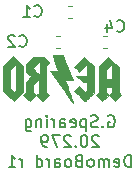
<source format=gbr>
%TF.GenerationSoftware,KiCad,Pcbnew,5.1.6-c6e7f7d~87~ubuntu18.04.1*%
%TF.CreationDate,2020-10-05T23:43:03-04:00*%
%TF.ProjectId,DemoKiCad,44656d6f-4b69-4436-9164-2e6b69636164,rev?*%
%TF.SameCoordinates,Original*%
%TF.FileFunction,Legend,Bot*%
%TF.FilePolarity,Positive*%
%FSLAX46Y46*%
G04 Gerber Fmt 4.6, Leading zero omitted, Abs format (unit mm)*
G04 Created by KiCad (PCBNEW 5.1.6-c6e7f7d~87~ubuntu18.04.1) date 2020-10-05 23:43:03*
%MOMM*%
%LPD*%
G01*
G04 APERTURE LIST*
%ADD10C,0.150000*%
%ADD11C,0.010000*%
%ADD12C,0.120000*%
G04 APERTURE END LIST*
D10*
X116267857Y-75382380D02*
X116267857Y-74382380D01*
X116029761Y-74382380D01*
X115886904Y-74430000D01*
X115791666Y-74525238D01*
X115744047Y-74620476D01*
X115696428Y-74810952D01*
X115696428Y-74953809D01*
X115744047Y-75144285D01*
X115791666Y-75239523D01*
X115886904Y-75334761D01*
X116029761Y-75382380D01*
X116267857Y-75382380D01*
X114886904Y-75334761D02*
X114982142Y-75382380D01*
X115172619Y-75382380D01*
X115267857Y-75334761D01*
X115315476Y-75239523D01*
X115315476Y-74858571D01*
X115267857Y-74763333D01*
X115172619Y-74715714D01*
X114982142Y-74715714D01*
X114886904Y-74763333D01*
X114839285Y-74858571D01*
X114839285Y-74953809D01*
X115315476Y-75049047D01*
X114410714Y-75382380D02*
X114410714Y-74715714D01*
X114410714Y-74810952D02*
X114363095Y-74763333D01*
X114267857Y-74715714D01*
X114125000Y-74715714D01*
X114029761Y-74763333D01*
X113982142Y-74858571D01*
X113982142Y-75382380D01*
X113982142Y-74858571D02*
X113934523Y-74763333D01*
X113839285Y-74715714D01*
X113696428Y-74715714D01*
X113601190Y-74763333D01*
X113553571Y-74858571D01*
X113553571Y-75382380D01*
X112934523Y-75382380D02*
X113029761Y-75334761D01*
X113077380Y-75287142D01*
X113125000Y-75191904D01*
X113125000Y-74906190D01*
X113077380Y-74810952D01*
X113029761Y-74763333D01*
X112934523Y-74715714D01*
X112791666Y-74715714D01*
X112696428Y-74763333D01*
X112648809Y-74810952D01*
X112601190Y-74906190D01*
X112601190Y-75191904D01*
X112648809Y-75287142D01*
X112696428Y-75334761D01*
X112791666Y-75382380D01*
X112934523Y-75382380D01*
X111839285Y-74858571D02*
X111696428Y-74906190D01*
X111648809Y-74953809D01*
X111601190Y-75049047D01*
X111601190Y-75191904D01*
X111648809Y-75287142D01*
X111696428Y-75334761D01*
X111791666Y-75382380D01*
X112172619Y-75382380D01*
X112172619Y-74382380D01*
X111839285Y-74382380D01*
X111744047Y-74430000D01*
X111696428Y-74477619D01*
X111648809Y-74572857D01*
X111648809Y-74668095D01*
X111696428Y-74763333D01*
X111744047Y-74810952D01*
X111839285Y-74858571D01*
X112172619Y-74858571D01*
X111029761Y-75382380D02*
X111125000Y-75334761D01*
X111172619Y-75287142D01*
X111220238Y-75191904D01*
X111220238Y-74906190D01*
X111172619Y-74810952D01*
X111125000Y-74763333D01*
X111029761Y-74715714D01*
X110886904Y-74715714D01*
X110791666Y-74763333D01*
X110744047Y-74810952D01*
X110696428Y-74906190D01*
X110696428Y-75191904D01*
X110744047Y-75287142D01*
X110791666Y-75334761D01*
X110886904Y-75382380D01*
X111029761Y-75382380D01*
X109839285Y-75382380D02*
X109839285Y-74858571D01*
X109886904Y-74763333D01*
X109982142Y-74715714D01*
X110172619Y-74715714D01*
X110267857Y-74763333D01*
X109839285Y-75334761D02*
X109934523Y-75382380D01*
X110172619Y-75382380D01*
X110267857Y-75334761D01*
X110315476Y-75239523D01*
X110315476Y-75144285D01*
X110267857Y-75049047D01*
X110172619Y-75001428D01*
X109934523Y-75001428D01*
X109839285Y-74953809D01*
X109363095Y-75382380D02*
X109363095Y-74715714D01*
X109363095Y-74906190D02*
X109315476Y-74810952D01*
X109267857Y-74763333D01*
X109172619Y-74715714D01*
X109077380Y-74715714D01*
X108315476Y-75382380D02*
X108315476Y-74382380D01*
X108315476Y-75334761D02*
X108410714Y-75382380D01*
X108601190Y-75382380D01*
X108696428Y-75334761D01*
X108744047Y-75287142D01*
X108791666Y-75191904D01*
X108791666Y-74906190D01*
X108744047Y-74810952D01*
X108696428Y-74763333D01*
X108601190Y-74715714D01*
X108410714Y-74715714D01*
X108315476Y-74763333D01*
X107077380Y-75382380D02*
X107077380Y-74715714D01*
X107077380Y-74906190D02*
X107029761Y-74810952D01*
X106982142Y-74763333D01*
X106886904Y-74715714D01*
X106791666Y-74715714D01*
X105934523Y-75382380D02*
X106505952Y-75382380D01*
X106220238Y-75382380D02*
X106220238Y-74382380D01*
X106315476Y-74525238D01*
X106410714Y-74620476D01*
X106505952Y-74668095D01*
X114363095Y-71065000D02*
X114458333Y-71017380D01*
X114601190Y-71017380D01*
X114744047Y-71065000D01*
X114839285Y-71160238D01*
X114886904Y-71255476D01*
X114934523Y-71445952D01*
X114934523Y-71588809D01*
X114886904Y-71779285D01*
X114839285Y-71874523D01*
X114744047Y-71969761D01*
X114601190Y-72017380D01*
X114505952Y-72017380D01*
X114363095Y-71969761D01*
X114315476Y-71922142D01*
X114315476Y-71588809D01*
X114505952Y-71588809D01*
X113886904Y-71922142D02*
X113839285Y-71969761D01*
X113886904Y-72017380D01*
X113934523Y-71969761D01*
X113886904Y-71922142D01*
X113886904Y-72017380D01*
X113458333Y-71969761D02*
X113315476Y-72017380D01*
X113077380Y-72017380D01*
X112982142Y-71969761D01*
X112934523Y-71922142D01*
X112886904Y-71826904D01*
X112886904Y-71731666D01*
X112934523Y-71636428D01*
X112982142Y-71588809D01*
X113077380Y-71541190D01*
X113267857Y-71493571D01*
X113363095Y-71445952D01*
X113410714Y-71398333D01*
X113458333Y-71303095D01*
X113458333Y-71207857D01*
X113410714Y-71112619D01*
X113363095Y-71065000D01*
X113267857Y-71017380D01*
X113029761Y-71017380D01*
X112886904Y-71065000D01*
X112458333Y-71350714D02*
X112458333Y-72350714D01*
X112458333Y-71398333D02*
X112363095Y-71350714D01*
X112172619Y-71350714D01*
X112077380Y-71398333D01*
X112029761Y-71445952D01*
X111982142Y-71541190D01*
X111982142Y-71826904D01*
X112029761Y-71922142D01*
X112077380Y-71969761D01*
X112172619Y-72017380D01*
X112363095Y-72017380D01*
X112458333Y-71969761D01*
X111172619Y-71969761D02*
X111267857Y-72017380D01*
X111458333Y-72017380D01*
X111553571Y-71969761D01*
X111601190Y-71874523D01*
X111601190Y-71493571D01*
X111553571Y-71398333D01*
X111458333Y-71350714D01*
X111267857Y-71350714D01*
X111172619Y-71398333D01*
X111125000Y-71493571D01*
X111125000Y-71588809D01*
X111601190Y-71684047D01*
X110267857Y-72017380D02*
X110267857Y-71493571D01*
X110315476Y-71398333D01*
X110410714Y-71350714D01*
X110601190Y-71350714D01*
X110696428Y-71398333D01*
X110267857Y-71969761D02*
X110363095Y-72017380D01*
X110601190Y-72017380D01*
X110696428Y-71969761D01*
X110744047Y-71874523D01*
X110744047Y-71779285D01*
X110696428Y-71684047D01*
X110601190Y-71636428D01*
X110363095Y-71636428D01*
X110267857Y-71588809D01*
X109791666Y-72017380D02*
X109791666Y-71350714D01*
X109791666Y-71541190D02*
X109744047Y-71445952D01*
X109696428Y-71398333D01*
X109601190Y-71350714D01*
X109505952Y-71350714D01*
X109172619Y-72017380D02*
X109172619Y-71350714D01*
X109172619Y-71017380D02*
X109220238Y-71065000D01*
X109172619Y-71112619D01*
X109125000Y-71065000D01*
X109172619Y-71017380D01*
X109172619Y-71112619D01*
X108696428Y-71350714D02*
X108696428Y-72017380D01*
X108696428Y-71445952D02*
X108648809Y-71398333D01*
X108553571Y-71350714D01*
X108410714Y-71350714D01*
X108315476Y-71398333D01*
X108267857Y-71493571D01*
X108267857Y-72017380D01*
X107363095Y-71350714D02*
X107363095Y-72160238D01*
X107410714Y-72255476D01*
X107458333Y-72303095D01*
X107553571Y-72350714D01*
X107696428Y-72350714D01*
X107791666Y-72303095D01*
X107363095Y-71969761D02*
X107458333Y-72017380D01*
X107648809Y-72017380D01*
X107744047Y-71969761D01*
X107791666Y-71922142D01*
X107839285Y-71826904D01*
X107839285Y-71541190D01*
X107791666Y-71445952D01*
X107744047Y-71398333D01*
X107648809Y-71350714D01*
X107458333Y-71350714D01*
X107363095Y-71398333D01*
X113553571Y-72762619D02*
X113505952Y-72715000D01*
X113410714Y-72667380D01*
X113172619Y-72667380D01*
X113077380Y-72715000D01*
X113029761Y-72762619D01*
X112982142Y-72857857D01*
X112982142Y-72953095D01*
X113029761Y-73095952D01*
X113601190Y-73667380D01*
X112982142Y-73667380D01*
X112363095Y-72667380D02*
X112267857Y-72667380D01*
X112172619Y-72715000D01*
X112125000Y-72762619D01*
X112077380Y-72857857D01*
X112029761Y-73048333D01*
X112029761Y-73286428D01*
X112077380Y-73476904D01*
X112125000Y-73572142D01*
X112172619Y-73619761D01*
X112267857Y-73667380D01*
X112363095Y-73667380D01*
X112458333Y-73619761D01*
X112505952Y-73572142D01*
X112553571Y-73476904D01*
X112601190Y-73286428D01*
X112601190Y-73048333D01*
X112553571Y-72857857D01*
X112505952Y-72762619D01*
X112458333Y-72715000D01*
X112363095Y-72667380D01*
X111601190Y-73572142D02*
X111553571Y-73619761D01*
X111601190Y-73667380D01*
X111648809Y-73619761D01*
X111601190Y-73572142D01*
X111601190Y-73667380D01*
X111172619Y-72762619D02*
X111125000Y-72715000D01*
X111029761Y-72667380D01*
X110791666Y-72667380D01*
X110696428Y-72715000D01*
X110648809Y-72762619D01*
X110601190Y-72857857D01*
X110601190Y-72953095D01*
X110648809Y-73095952D01*
X111220238Y-73667380D01*
X110601190Y-73667380D01*
X110267857Y-72667380D02*
X109601190Y-72667380D01*
X110029761Y-73667380D01*
X109172619Y-73667380D02*
X108982142Y-73667380D01*
X108886904Y-73619761D01*
X108839285Y-73572142D01*
X108744047Y-73429285D01*
X108696428Y-73238809D01*
X108696428Y-72857857D01*
X108744047Y-72762619D01*
X108791666Y-72715000D01*
X108886904Y-72667380D01*
X109077380Y-72667380D01*
X109172619Y-72715000D01*
X109220238Y-72762619D01*
X109267857Y-72857857D01*
X109267857Y-73095952D01*
X109220238Y-73191190D01*
X109172619Y-73238809D01*
X109077380Y-73286428D01*
X108886904Y-73286428D01*
X108791666Y-73238809D01*
X108744047Y-73191190D01*
X108696428Y-73095952D01*
D11*
%TO.C,G\u002A\u002A\u002A*%
G36*
X105899354Y-66441976D02*
G01*
X105479908Y-66860936D01*
X105479908Y-68959130D01*
X106354242Y-69832556D01*
X106744323Y-69441968D01*
X107134403Y-69051381D01*
X107134403Y-68863240D01*
X106551834Y-68863240D01*
X106477027Y-68940422D01*
X106402219Y-69017604D01*
X106243999Y-68860597D01*
X106085779Y-68703589D01*
X106085779Y-67140181D01*
X106318807Y-66908027D01*
X106551834Y-66675874D01*
X106551834Y-68863240D01*
X107134403Y-68863240D01*
X107134403Y-66837620D01*
X106726602Y-66430318D01*
X106318800Y-66023015D01*
X105899354Y-66441976D01*
G37*
X105899354Y-66441976D02*
X105479908Y-66860936D01*
X105479908Y-68959130D01*
X106354242Y-69832556D01*
X106744323Y-69441968D01*
X107134403Y-69051381D01*
X107134403Y-68863240D01*
X106551834Y-68863240D01*
X106477027Y-68940422D01*
X106402219Y-69017604D01*
X106243999Y-68860597D01*
X106085779Y-68703589D01*
X106085779Y-67140181D01*
X106318807Y-66908027D01*
X106551834Y-66675874D01*
X106551834Y-68863240D01*
X107134403Y-68863240D01*
X107134403Y-66837620D01*
X106726602Y-66430318D01*
X106318800Y-66023015D01*
X105899354Y-66441976D01*
G36*
X107437339Y-66698886D02*
G01*
X107437339Y-67303252D01*
X107844191Y-67711998D01*
X107629114Y-67927974D01*
X107414036Y-68143949D01*
X107414036Y-69050415D01*
X107292159Y-69173826D01*
X107170281Y-69297236D01*
X107438053Y-69565008D01*
X107705825Y-69832779D01*
X108228535Y-69308211D01*
X107998623Y-69051881D01*
X107997614Y-68748547D01*
X107996605Y-68445214D01*
X108252935Y-68189679D01*
X108509266Y-67934143D01*
X108509266Y-69076935D01*
X108392495Y-69191951D01*
X108275724Y-69306966D01*
X108537757Y-69569744D01*
X108627591Y-69658933D01*
X108706075Y-69735151D01*
X108767318Y-69792811D01*
X108805424Y-69826323D01*
X108814856Y-69832523D01*
X108835267Y-69816520D01*
X108881859Y-69772324D01*
X108948844Y-69705657D01*
X109030434Y-69622241D01*
X109084949Y-69565528D01*
X109339977Y-69298533D01*
X109215906Y-69176003D01*
X109091834Y-69053473D01*
X109091834Y-67630184D01*
X108555871Y-67630184D01*
X108258875Y-67333188D01*
X107961879Y-67036193D01*
X108555871Y-66442201D01*
X108555871Y-67630184D01*
X109091834Y-67630184D01*
X109091834Y-66769562D01*
X109225241Y-66634749D01*
X109358648Y-66499935D01*
X109126642Y-66267055D01*
X108894635Y-66034174D01*
X108100865Y-66034174D01*
X107437339Y-66698886D01*
G37*
X107437339Y-66698886D02*
X107437339Y-67303252D01*
X107844191Y-67711998D01*
X107629114Y-67927974D01*
X107414036Y-68143949D01*
X107414036Y-69050415D01*
X107292159Y-69173826D01*
X107170281Y-69297236D01*
X107438053Y-69565008D01*
X107705825Y-69832779D01*
X108228535Y-69308211D01*
X107998623Y-69051881D01*
X107997614Y-68748547D01*
X107996605Y-68445214D01*
X108252935Y-68189679D01*
X108509266Y-67934143D01*
X108509266Y-69076935D01*
X108392495Y-69191951D01*
X108275724Y-69306966D01*
X108537757Y-69569744D01*
X108627591Y-69658933D01*
X108706075Y-69735151D01*
X108767318Y-69792811D01*
X108805424Y-69826323D01*
X108814856Y-69832523D01*
X108835267Y-69816520D01*
X108881859Y-69772324D01*
X108948844Y-69705657D01*
X109030434Y-69622241D01*
X109084949Y-69565528D01*
X109339977Y-69298533D01*
X109215906Y-69176003D01*
X109091834Y-69053473D01*
X109091834Y-67630184D01*
X108555871Y-67630184D01*
X108258875Y-67333188D01*
X107961879Y-67036193D01*
X108555871Y-66442201D01*
X108555871Y-67630184D01*
X109091834Y-67630184D01*
X109091834Y-66769562D01*
X109225241Y-66634749D01*
X109358648Y-66499935D01*
X109126642Y-66267055D01*
X108894635Y-66034174D01*
X108100865Y-66034174D01*
X107437339Y-66698886D01*
G36*
X111906608Y-66470140D02*
G01*
X111481063Y-66896151D01*
X111701710Y-67117719D01*
X111922356Y-67339287D01*
X112563944Y-66698927D01*
X112563944Y-67667316D01*
X111679008Y-67653716D01*
X111963833Y-67939174D01*
X112248658Y-68224633D01*
X112563944Y-68224633D01*
X112563944Y-68898041D01*
X112480882Y-68961396D01*
X112397820Y-69024750D01*
X111922564Y-68551112D01*
X111502120Y-68971556D01*
X111934776Y-69402039D01*
X112051006Y-69517280D01*
X112156275Y-69620877D01*
X112246130Y-69708512D01*
X112316120Y-69775866D01*
X112361792Y-69818621D01*
X112378568Y-69832523D01*
X112397491Y-69816751D01*
X112444481Y-69772522D01*
X112514781Y-69704462D01*
X112603633Y-69617199D01*
X112706280Y-69515361D01*
X112768108Y-69453596D01*
X113146513Y-69074669D01*
X113146513Y-66863062D01*
X112739333Y-66453596D01*
X112332152Y-66044129D01*
X111906608Y-66470140D01*
G37*
X111906608Y-66470140D02*
X111481063Y-66896151D01*
X111701710Y-67117719D01*
X111922356Y-67339287D01*
X112563944Y-66698927D01*
X112563944Y-67667316D01*
X111679008Y-67653716D01*
X111963833Y-67939174D01*
X112248658Y-68224633D01*
X112563944Y-68224633D01*
X112563944Y-68898041D01*
X112480882Y-68961396D01*
X112397820Y-69024750D01*
X111922564Y-68551112D01*
X111502120Y-68971556D01*
X111934776Y-69402039D01*
X112051006Y-69517280D01*
X112156275Y-69620877D01*
X112246130Y-69708512D01*
X112316120Y-69775866D01*
X112361792Y-69818621D01*
X112378568Y-69832523D01*
X112397491Y-69816751D01*
X112444481Y-69772522D01*
X112514781Y-69704462D01*
X112603633Y-69617199D01*
X112706280Y-69515361D01*
X112768108Y-69453596D01*
X113146513Y-69074669D01*
X113146513Y-66863062D01*
X112739333Y-66453596D01*
X112332152Y-66044129D01*
X111906608Y-66470140D01*
G36*
X113967698Y-66436377D02*
G01*
X113565963Y-66838605D01*
X113565963Y-69050415D01*
X113444085Y-69173826D01*
X113322208Y-69297236D01*
X113589980Y-69565008D01*
X113857752Y-69832779D01*
X114392032Y-69296979D01*
X114148532Y-69050415D01*
X114148532Y-68574174D01*
X114661192Y-68574174D01*
X114661192Y-69050415D01*
X114539315Y-69173826D01*
X114417437Y-69297236D01*
X114685209Y-69565008D01*
X114952981Y-69832779D01*
X115487261Y-69296979D01*
X115243761Y-69050415D01*
X115243761Y-67968303D01*
X114661192Y-67968303D01*
X114148532Y-67968303D01*
X114148532Y-67209668D01*
X114403681Y-66942334D01*
X114658831Y-66675000D01*
X114660011Y-67321651D01*
X114661192Y-67968303D01*
X115243761Y-67968303D01*
X115243761Y-66907567D01*
X114806597Y-66470858D01*
X114369434Y-66034149D01*
X113967698Y-66436377D01*
G37*
X113967698Y-66436377D02*
X113565963Y-66838605D01*
X113565963Y-69050415D01*
X113444085Y-69173826D01*
X113322208Y-69297236D01*
X113589980Y-69565008D01*
X113857752Y-69832779D01*
X114392032Y-69296979D01*
X114148532Y-69050415D01*
X114148532Y-68574174D01*
X114661192Y-68574174D01*
X114661192Y-69050415D01*
X114539315Y-69173826D01*
X114417437Y-69297236D01*
X114685209Y-69565008D01*
X114952981Y-69832779D01*
X115487261Y-69296979D01*
X115243761Y-69050415D01*
X115243761Y-67968303D01*
X114661192Y-67968303D01*
X114148532Y-67968303D01*
X114148532Y-67209668D01*
X114403681Y-66942334D01*
X114658831Y-66675000D01*
X114660011Y-67321651D01*
X114661192Y-67968303D01*
X115243761Y-67968303D01*
X115243761Y-66907567D01*
X114806597Y-66470858D01*
X114369434Y-66034149D01*
X113967698Y-66436377D01*
G36*
X109895779Y-66570138D02*
G01*
X110135032Y-67222615D01*
X109772941Y-67222615D01*
X109636356Y-67222894D01*
X109540317Y-67224236D01*
X109478767Y-67227399D01*
X109445648Y-67233143D01*
X109434902Y-67242225D01*
X109440471Y-67255403D01*
X109447150Y-67263394D01*
X109465801Y-67287919D01*
X109508904Y-67346574D01*
X109573760Y-67435611D01*
X109657670Y-67551280D01*
X109757939Y-67689830D01*
X109871866Y-67847511D01*
X109996754Y-68020575D01*
X110129906Y-68205270D01*
X110268622Y-68397846D01*
X110410206Y-68594555D01*
X110551959Y-68791645D01*
X110691183Y-68985368D01*
X110825180Y-69171972D01*
X110951252Y-69347708D01*
X111066701Y-69508827D01*
X111168830Y-69651578D01*
X111254939Y-69772211D01*
X111322331Y-69866976D01*
X111368309Y-69932123D01*
X111390173Y-69963903D01*
X111390652Y-69964655D01*
X111388812Y-69952273D01*
X111372983Y-69900011D01*
X111344541Y-69811990D01*
X111304862Y-69692330D01*
X111255324Y-69545151D01*
X111197302Y-69374575D01*
X111132173Y-69184720D01*
X111070239Y-69005454D01*
X110999049Y-68799915D01*
X110932772Y-68608314D01*
X110872925Y-68435054D01*
X110821024Y-68284540D01*
X110778589Y-68161175D01*
X110747135Y-68069363D01*
X110728180Y-68013509D01*
X110723027Y-67997610D01*
X110744981Y-67995511D01*
X110805447Y-67993732D01*
X110896333Y-67992414D01*
X111009545Y-67991696D01*
X111069325Y-67991605D01*
X111415622Y-67991605D01*
X111155354Y-67403211D01*
X111073068Y-67217004D01*
X110984257Y-67015723D01*
X110894488Y-66812005D01*
X110809327Y-66618484D01*
X110734339Y-66447798D01*
X110698576Y-66366238D01*
X110502066Y-65917661D01*
X109656527Y-65917661D01*
X109895779Y-66570138D01*
G37*
X109895779Y-66570138D02*
X110135032Y-67222615D01*
X109772941Y-67222615D01*
X109636356Y-67222894D01*
X109540317Y-67224236D01*
X109478767Y-67227399D01*
X109445648Y-67233143D01*
X109434902Y-67242225D01*
X109440471Y-67255403D01*
X109447150Y-67263394D01*
X109465801Y-67287919D01*
X109508904Y-67346574D01*
X109573760Y-67435611D01*
X109657670Y-67551280D01*
X109757939Y-67689830D01*
X109871866Y-67847511D01*
X109996754Y-68020575D01*
X110129906Y-68205270D01*
X110268622Y-68397846D01*
X110410206Y-68594555D01*
X110551959Y-68791645D01*
X110691183Y-68985368D01*
X110825180Y-69171972D01*
X110951252Y-69347708D01*
X111066701Y-69508827D01*
X111168830Y-69651578D01*
X111254939Y-69772211D01*
X111322331Y-69866976D01*
X111368309Y-69932123D01*
X111390173Y-69963903D01*
X111390652Y-69964655D01*
X111388812Y-69952273D01*
X111372983Y-69900011D01*
X111344541Y-69811990D01*
X111304862Y-69692330D01*
X111255324Y-69545151D01*
X111197302Y-69374575D01*
X111132173Y-69184720D01*
X111070239Y-69005454D01*
X110999049Y-68799915D01*
X110932772Y-68608314D01*
X110872925Y-68435054D01*
X110821024Y-68284540D01*
X110778589Y-68161175D01*
X110747135Y-68069363D01*
X110728180Y-68013509D01*
X110723027Y-67997610D01*
X110744981Y-67995511D01*
X110805447Y-67993732D01*
X110896333Y-67992414D01*
X111009545Y-67991696D01*
X111069325Y-67991605D01*
X111415622Y-67991605D01*
X111155354Y-67403211D01*
X111073068Y-67217004D01*
X110984257Y-67015723D01*
X110894488Y-66812005D01*
X110809327Y-66618484D01*
X110734339Y-66447798D01*
X110698576Y-66366238D01*
X110502066Y-65917661D01*
X109656527Y-65917661D01*
X109895779Y-66570138D01*
D12*
%TO.C,C4*%
X113888733Y-64260000D02*
X114231267Y-64260000D01*
X113888733Y-65280000D02*
X114231267Y-65280000D01*
%TO.C,C2*%
X110266267Y-65280000D02*
X109923733Y-65280000D01*
X110266267Y-64260000D02*
X109923733Y-64260000D01*
%TO.C,C1*%
X111296267Y-62740000D02*
X110953733Y-62740000D01*
X111296267Y-61720000D02*
X110953733Y-61720000D01*
%TO.C,C4*%
D10*
X115101666Y-63857142D02*
X115149285Y-63904761D01*
X115292142Y-63952380D01*
X115387380Y-63952380D01*
X115530238Y-63904761D01*
X115625476Y-63809523D01*
X115673095Y-63714285D01*
X115720714Y-63523809D01*
X115720714Y-63380952D01*
X115673095Y-63190476D01*
X115625476Y-63095238D01*
X115530238Y-63000000D01*
X115387380Y-62952380D01*
X115292142Y-62952380D01*
X115149285Y-63000000D01*
X115101666Y-63047619D01*
X114244523Y-63285714D02*
X114244523Y-63952380D01*
X114482619Y-62904761D02*
X114720714Y-63619047D01*
X114101666Y-63619047D01*
%TO.C,C2*%
X106846666Y-65127142D02*
X106894285Y-65174761D01*
X107037142Y-65222380D01*
X107132380Y-65222380D01*
X107275238Y-65174761D01*
X107370476Y-65079523D01*
X107418095Y-64984285D01*
X107465714Y-64793809D01*
X107465714Y-64650952D01*
X107418095Y-64460476D01*
X107370476Y-64365238D01*
X107275238Y-64270000D01*
X107132380Y-64222380D01*
X107037142Y-64222380D01*
X106894285Y-64270000D01*
X106846666Y-64317619D01*
X106465714Y-64317619D02*
X106418095Y-64270000D01*
X106322857Y-64222380D01*
X106084761Y-64222380D01*
X105989523Y-64270000D01*
X105941904Y-64317619D01*
X105894285Y-64412857D01*
X105894285Y-64508095D01*
X105941904Y-64650952D01*
X106513333Y-65222380D01*
X105894285Y-65222380D01*
%TO.C,C1*%
X108116666Y-62587142D02*
X108164285Y-62634761D01*
X108307142Y-62682380D01*
X108402380Y-62682380D01*
X108545238Y-62634761D01*
X108640476Y-62539523D01*
X108688095Y-62444285D01*
X108735714Y-62253809D01*
X108735714Y-62110952D01*
X108688095Y-61920476D01*
X108640476Y-61825238D01*
X108545238Y-61730000D01*
X108402380Y-61682380D01*
X108307142Y-61682380D01*
X108164285Y-61730000D01*
X108116666Y-61777619D01*
X107164285Y-62682380D02*
X107735714Y-62682380D01*
X107450000Y-62682380D02*
X107450000Y-61682380D01*
X107545238Y-61825238D01*
X107640476Y-61920476D01*
X107735714Y-61968095D01*
%TD*%
M02*

</source>
